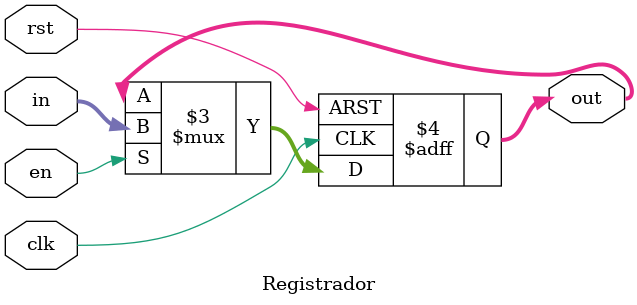
<source format=sv>
module Registrador(
	input            clk,
	input            rst,
	input            en,
	input      [3:0] in,
	output reg [3:0] out
);

always_ff @(posedge clk or negedge rst)
	if (!rst)
		out <= 4'h0;
	else
      out <= en ? in : out;
		
endmodule
</source>
